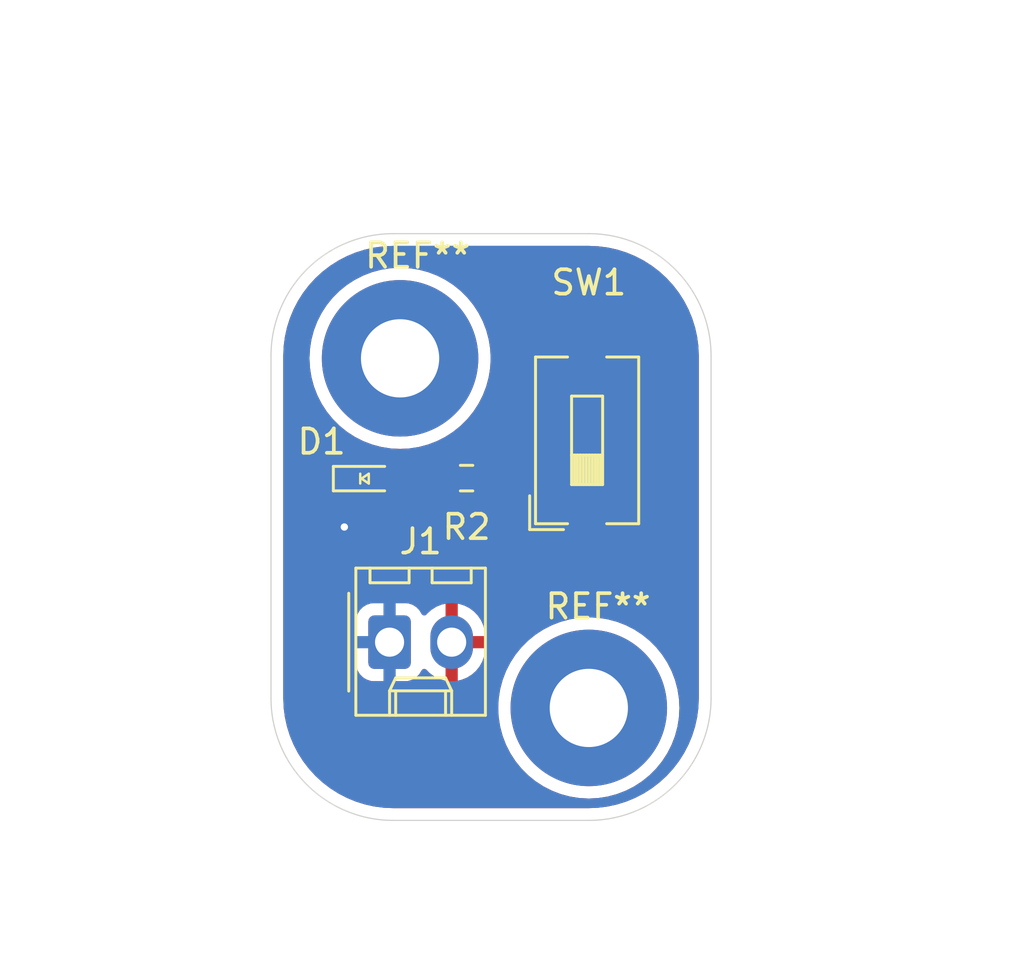
<source format=kicad_pcb>
(kicad_pcb (version 20221018) (generator pcbnew)
  (title_block (title "LED_Project") (date "2023-09-11") (rev "0.0") (company "Illini Solar Car") (comment 1 "Designed By: Jay Lee"))
  (layers (0 "F.Cu" signal) (31 "B.Cu" signal) (34 "B.Paste" user) (35 "F.Paste" user) (36 "B.SilkS" user "B.Silkscreen") (37 "F.SilkS" user "F.Silkscreen") (38 "B.Mask" user) (39 "F.Mask" user) (44 "Edge.Cuts" user))
  (net 0 "")
  (net 1 "GND")
  (net 2 "Net-(D1-A)")
  (net 3 "Net-(R2-Pad1)")
  (net 4 "+3V3")
  (footprint "MountingHole:MountingHole_3.2mm_M3_Pad" (layer "F.Cu") (at 134.28 99.1)
    (fp_text reference "REF**" (at 0.72 -4.2) (layer "F.SilkS"))
    (fp_text value "MountingHole_3.2mm_M3_Pad")
    (pad "1" thru_hole circle (at 0 0) (size 6.4 6.4) (drill 3.2) (layers "*.Cu" "*.Mask"))
  )
  (footprint "layout:LED_0603_Symbol_on_F.SilkS" (layer "F.Cu") (at 132.85 104.02)
    (fp_text reference "D1" (at -1.78 -1.51) (layer "F.SilkS"))
    (fp_text value "LED_RED")
    (fp_line (start -1.3 -0.5) (end -1.3 0.5) (stroke (width 0.12)) (layer "F.SilkS"))
    (fp_line (start -1.3 -0.5) (end 0.8 -0.5) (stroke (width 0.12)) (layer "F.SilkS"))
    (fp_line (start -1.3 0.5) (end 0.8 0.5) (stroke (width 0.12)) (layer "F.SilkS"))
    (fp_line (start -0.2 -0.2) (end -0.2 0.2) (stroke (width 0.1)) (layer "F.SilkS"))
    (fp_line (start -0.15 0) (end 0.15 -0.2) (stroke (width 0.1)) (layer "F.SilkS"))
    (fp_line (start 0.15 -0.2) (end 0.15 0.2) (stroke (width 0.1)) (layer "F.SilkS"))
    (fp_line (start 0.15 0.2) (end -0.15 0) (stroke (width 0.1)) (layer "F.SilkS"))
    (pad "1" smd rect (at -0.8 0 180) (size 0.8 0.8) (layers "F.Cu" "F.Paste" "F.Mask") (net 1 "GND"))
    (pad "2" smd rect (at 0.8 0 180) (size 0.8 0.8) (layers "F.Cu" "F.Paste" "F.Mask") (net 2 "Net-(D1-A)"))
  )
  (footprint "Resistor_SMD:R_0603_1608Metric_Pad0.98x0.95mm_HandSolder" (layer "F.Cu") (at 137 104 180)
    (fp_text reference "R2" (at 0 -2) (layer "F.SilkS"))
    (fp_text value "105")
    (fp_line (start -0.254724 -0.5225) (end 0.254724 -0.5225) (stroke (width 0.12)) (layer "F.SilkS"))
    (fp_line (start -0.254724 0.5225) (end 0.254724 0.5225) (stroke (width 0.12)) (layer "F.SilkS"))
    (pad "1" smd roundrect (at -0.9125 0 180) (size 0.975 0.95) (layers "F.Cu" "F.Paste" "F.Mask") (net 3 "Net-(R2-Pad1)"))
    (pad "2" smd roundrect (at 0.9125 0 180) (size 0.975 0.95) (layers "F.Cu" "F.Paste" "F.Mask") (net 2 "Net-(D1-A)"))
  )
  (footprint "MountingHole:MountingHole_3.2mm_M3_Pad" (layer "F.Cu") (at 142 113.4)
    (fp_text reference "REF**" (at 0.38 -4.15) (layer "F.SilkS"))
    (fp_text value "MountingHole_3.2mm_M3_Pad")
    (pad "1" thru_hole circle (at 0 0) (size 6.4 6.4) (drill 3.2) (layers "*.Cu" "*.Mask"))
  )
  (footprint "Connector_Molex:Molex_KK-254_AE-6410-02A_1x02_P2.54mm_Vertical" (layer "F.Cu") (at 133.85 110.71)
    (fp_text reference "J1" (at 1.27 -4.12) (layer "F.SilkS"))
    (fp_text value "Conn_01x02")
    (fp_line (start -1.67 -2) (end -1.67 2) (stroke (width 0.12)) (layer "F.SilkS"))
    (fp_line (start -1.38 -3.03) (end -1.38 2.99) (stroke (width 0.12)) (layer "F.SilkS"))
    (fp_line (start -1.38 2.99) (end 3.92 2.99) (stroke (width 0.12)) (layer "F.SilkS"))
    (fp_line (start -0.8 -3.03) (end -0.8 -2.43) (stroke (width 0.12)) (layer "F.SilkS"))
    (fp_line (start -0.8 -2.43) (end 0.8 -2.43) (stroke (width 0.12)) (layer "F.SilkS"))
    (fp_line (start 0 1.99) (end 0.25 1.46) (stroke (width 0.12)) (layer "F.SilkS"))
    (fp_line (start 0 1.99) (end 2.54 1.99) (stroke (width 0.12)) (layer "F.SilkS"))
    (fp_line (start 0 2.99) (end 0 1.99) (stroke (width 0.12)) (layer "F.SilkS"))
    (fp_line (start 0.25 1.46) (end 2.29 1.46) (stroke (width 0.12)) (layer "F.SilkS"))
    (fp_line (start 0.25 2.99) (end 0.25 1.99) (stroke (width 0.12)) (layer "F.SilkS"))
    (fp_line (start 0.8 -2.43) (end 0.8 -3.03) (stroke (width 0.12)) (layer "F.SilkS"))
    (fp_line (start 1.74 -3.03) (end 1.74 -2.43) (stroke (width 0.12)) (layer "F.SilkS"))
    (fp_line (start 1.74 -2.43) (end 3.34 -2.43) (stroke (width 0.12)) (layer "F.SilkS"))
    (fp_line (start 2.29 1.46) (end 2.54 1.99) (stroke (width 0.12)) (layer "F.SilkS"))
    (fp_line (start 2.29 2.99) (end 2.29 1.99) (stroke (width 0.12)) (layer "F.SilkS"))
    (fp_line (start 2.54 1.99) (end 2.54 2.99) (stroke (width 0.12)) (layer "F.SilkS"))
    (fp_line (start 3.34 -2.43) (end 3.34 -3.03) (stroke (width 0.12)) (layer "F.SilkS"))
    (fp_line (start 3.92 -3.03) (end -1.38 -3.03) (stroke (width 0.12)) (layer "F.SilkS"))
    (fp_line (start 3.92 2.99) (end 3.92 -3.03) (stroke (width 0.12)) (layer "F.SilkS"))
    (pad "1" thru_hole roundrect (at 0 0) (size 1.74 2.19) (drill 1.19) (layers "*.Cu" "*.Mask") (roundrect_rratio 0.143678) (net 1 "GND"))
    (pad "2" thru_hole oval (at 2.54 0) (size 1.74 2.19) (drill 1.19) (layers "*.Cu" "*.Mask") (net 4 "+3V3"))
  )
  (footprint "Button_Switch_SMD:SW_DIP_SPSTx01_Slide_6.7x4.1mm_W8.61mm_P2.54mm_LowProfile" (layer "F.Cu") (at 141.93 102.455 90)
    (fp_text reference "SW1" (at 6.455 0.07 180) (layer "F.SilkS"))
    (fp_text value "SW_Push")
    (fp_line (start -3.65 -2.35) (end -3.65 -0.967) (stroke (width 0.12)) (layer "F.SilkS"))
    (fp_line (start -3.65 -2.35) (end -2.267 -2.35) (stroke (width 0.12)) (layer "F.SilkS"))
    (fp_line (start -3.41 -2.11) (end -3.41 -0.8) (stroke (width 0.12)) (layer "F.SilkS"))
    (fp_line (start -3.41 -2.11) (end 3.41 -2.11) (stroke (width 0.12)) (layer "F.SilkS"))
    (fp_line (start -3.41 0.8) (end -3.41 2.11) (stroke (width 0.12)) (layer "F.SilkS"))
    (fp_line (start -3.41 2.11) (end 3.41 2.11) (stroke (width 0.12)) (layer "F.SilkS"))
    (fp_line (start -1.81 -0.635) (end -1.81 0.635) (stroke (width 0.12)) (layer "F.SilkS"))
    (fp_line (start -1.81 -0.515) (end -0.603333 -0.515) (stroke (width 0.12)) (layer "F.SilkS"))
    (fp_line (start -1.81 -0.395) (end -0.603333 -0.395) (stroke (width 0.12)) (layer "F.SilkS"))
    (fp_line (start -1.81 -0.275) (end -0.603333 -0.275) (stroke (width 0.12)) (layer "F.SilkS"))
    (fp_line (start -1.81 -0.155) (end -0.603333 -0.155) (stroke (width 0.12)) (layer "F.SilkS"))
    (fp_line (start -1.81 -0.035) (end -0.603333 -0.035) (stroke (width 0.12)) (layer "F.SilkS"))
    (fp_line (start -1.81 0.085) (end -0.603333 0.085) (stroke (width 0.12)) (layer "F.SilkS"))
    (fp_line (start -1.81 0.205) (end -0.603333 0.205) (stroke (width 0.12)) (layer "F.SilkS"))
    (fp_line (start -1.81 0.325) (end -0.603333 0.325) (stroke (width 0.12)) (layer "F.SilkS"))
    (fp_line (start -1.81 0.445) (end -0.603333 0.445) (stroke (width 0.12)) (layer "F.SilkS"))
    (fp_line (start -1.81 0.565) (end -0.603333 0.565) (stroke (width 0.12)) (layer "F.SilkS"))
    (fp_line (start -1.81 0.635) (end 1.81 0.635) (stroke (width 0.12)) (layer "F.SilkS"))
    (fp_line (start -0.603333 -0.635) (end -0.603333 0.635) (stroke (width 0.12)) (layer "F.SilkS"))
    (fp_line (start 1.81 -0.635) (end -1.81 -0.635) (stroke (width 0.12)) (layer "F.SilkS"))
    (fp_line (start 1.81 0.635) (end 1.81 -0.635) (stroke (width 0.12)) (layer "F.SilkS"))
    (fp_line (start 3.41 -2.11) (end 3.41 -0.8) (stroke (width 0.12)) (layer "F.SilkS"))
    (fp_line (start 3.41 0.8) (end 3.41 2.11) (stroke (width 0.12)) (layer "F.SilkS"))
    (pad "1" smd rect (at -4.305 0 90) (size 2.44 1.12) (layers "F.Cu" "F.Paste" "F.Mask") (net 4 "+3V3"))
    (pad "2" smd rect (at 4.305 0 90) (size 2.44 1.12) (layers "F.Cu" "F.Paste" "F.Mask") (net 3 "Net-(R2-Pad1)"))
  )
  (gr_arc (start 142 94) (mid 145.535534 95.464466) (end 147 99) (stroke (width 0.05)) (layer "Edge.Cuts"))
  (gr_line (start 134 94) (end 142 94) (stroke (width 0.05)) (layer "Edge.Cuts"))
  (gr_line (start 142 118) (end 134 118) (stroke (width 0.05)) (layer "Edge.Cuts"))
  (gr_line (start 147 99) (end 147 113) (stroke (width 0.05)) (layer "Edge.Cuts"))
  (gr_arc (start 129 99) (mid 130.464466 95.464466) (end 134 94) (stroke (width 0.05)) (layer "Edge.Cuts"))
  (gr_arc (start 134 118) (mid 130.464466 116.535534) (end 129 113) (stroke (width 0.05)) (layer "Edge.Cuts"))
  (gr_line (start 129 113) (end 129 99) (stroke (width 0.05)) (layer "Edge.Cuts"))
  (gr_arc (start 147 113) (mid 145.535534 116.535534) (end 142 118) (stroke (width 0.05)) (layer "Edge.Cuts"))
  (segment (start 132.05 104.02) (end 132.05 105.95) (width 0.2) (layer "F.Cu") (net 1))
  (segment (start 132.05 105.95) (end 132 106) (width 0.2) (layer "F.Cu") (net 1))
  (via (at 132 106) (size 0.6) (drill 0.3) (layers "F.Cu" "B.Cu") (net 1))
  (segment (start 136.0875 104) (end 136.0675 104.02) (width 0.2) (layer "F.Cu") (net 2))
  (segment (start 136.0675 104.02) (end 133.65 104.02) (width 0.2) (layer "F.Cu") (net 2))
  (segment (start 139 99) (end 139 102) (width 0.2) (layer "F.Cu") (net 3))
  (segment (start 139.85 98.15) (end 139 99) (width 0.2) (layer "F.Cu") (net 3))
  (segment (start 139 102) (end 137.9125 103.0875) (width 0.2) (layer "F.Cu") (net 3))
  (segment (start 141.93 98.15) (end 139.85 98.15) (width 0.2) (layer "F.Cu") (net 3))
  (segment (start 137.9125 103.0875) (end 137.9125 104) (width 0.2) (layer "F.Cu") (net 3))
  (zone (net 4) (net_name "+3V3") (layer "F.Cu") (connect_pads (clearance 0.5)) (min_thickness 0.25) (fill yes (thermal_gap 0.5) (thermal_bridge_width 0.5))
    (polygon (pts (xy 129 94) (xy 147 94) (xy 147 118) (xy 129 118)))
  )
  (zone (net 1) (net_name "GND") (layer "B.Cu") (priority 1) (connect_pads (clearance 0.5)) (min_thickness 0.25) (fill yes (thermal_gap 0.5) (thermal_bridge_width 0.5))
    (polygon (pts (xy 129 94) (xy 147 94) (xy 147 118) (xy 129 118)))
  )
)
</source>
